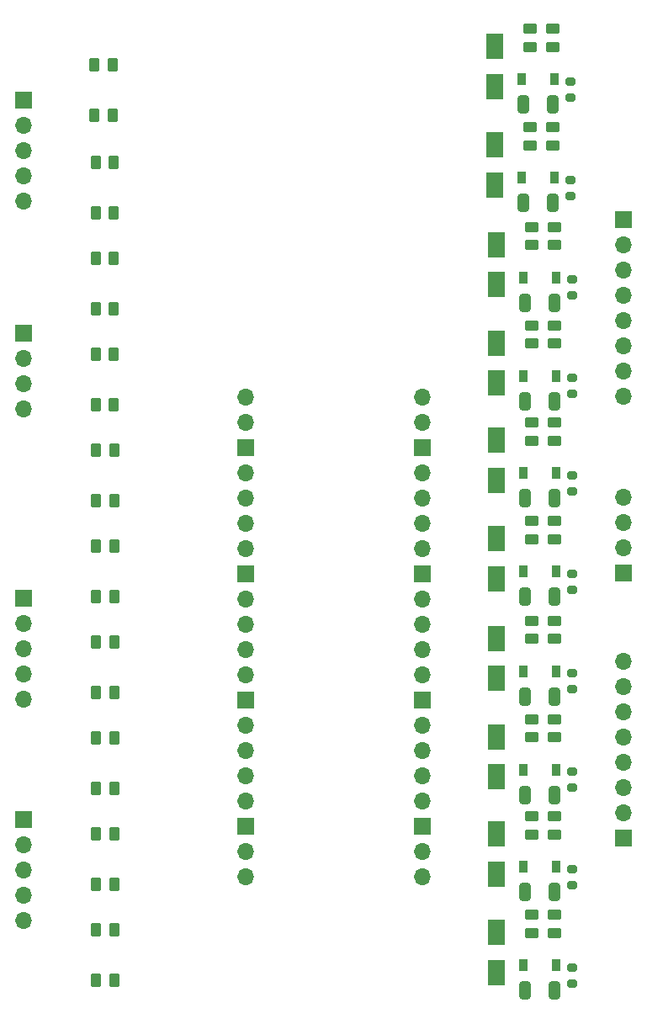
<source format=gbs>
G04 #@! TF.GenerationSoftware,KiCad,Pcbnew,(6.0.0)*
G04 #@! TF.CreationDate,2022-08-19T14:16:46+02:00*
G04 #@! TF.ProjectId,top,746f702e-6b69-4636-9164-5f7063625858,rev?*
G04 #@! TF.SameCoordinates,Original*
G04 #@! TF.FileFunction,Soldermask,Bot*
G04 #@! TF.FilePolarity,Negative*
%FSLAX46Y46*%
G04 Gerber Fmt 4.6, Leading zero omitted, Abs format (unit mm)*
G04 Created by KiCad (PCBNEW (6.0.0)) date 2022-08-19 14:16:46*
%MOMM*%
%LPD*%
G01*
G04 APERTURE LIST*
G04 Aperture macros list*
%AMRoundRect*
0 Rectangle with rounded corners*
0 $1 Rounding radius*
0 $2 $3 $4 $5 $6 $7 $8 $9 X,Y pos of 4 corners*
0 Add a 4 corners polygon primitive as box body*
4,1,4,$2,$3,$4,$5,$6,$7,$8,$9,$2,$3,0*
0 Add four circle primitives for the rounded corners*
1,1,$1+$1,$2,$3*
1,1,$1+$1,$4,$5*
1,1,$1+$1,$6,$7*
1,1,$1+$1,$8,$9*
0 Add four rect primitives between the rounded corners*
20,1,$1+$1,$2,$3,$4,$5,0*
20,1,$1+$1,$4,$5,$6,$7,0*
20,1,$1+$1,$6,$7,$8,$9,0*
20,1,$1+$1,$8,$9,$2,$3,0*%
G04 Aperture macros list end*
%ADD10R,1.700000X1.700000*%
%ADD11O,1.700000X1.700000*%
%ADD12R,1.800000X2.500000*%
%ADD13RoundRect,0.250000X-0.450000X0.262500X-0.450000X-0.262500X0.450000X-0.262500X0.450000X0.262500X0*%
%ADD14RoundRect,0.200000X0.275000X-0.200000X0.275000X0.200000X-0.275000X0.200000X-0.275000X-0.200000X0*%
%ADD15RoundRect,0.250000X0.262500X0.450000X-0.262500X0.450000X-0.262500X-0.450000X0.262500X-0.450000X0*%
%ADD16R,0.900000X1.200000*%
%ADD17RoundRect,0.250000X-0.262500X-0.450000X0.262500X-0.450000X0.262500X0.450000X-0.262500X0.450000X0*%
%ADD18RoundRect,0.250000X0.450000X-0.262500X0.450000X0.262500X-0.450000X0.262500X-0.450000X-0.262500X0*%
%ADD19RoundRect,0.250000X-0.325000X-0.650000X0.325000X-0.650000X0.325000X0.650000X-0.325000X0.650000X0*%
G04 APERTURE END LIST*
D10*
X111188000Y-81188000D03*
D11*
X111188000Y-83728000D03*
X111188000Y-86268000D03*
X111188000Y-88808000D03*
X133504000Y-87630000D03*
X133504000Y-90170000D03*
D10*
X133504000Y-92710000D03*
D11*
X133504000Y-95250000D03*
X133504000Y-97790000D03*
X133504000Y-100330000D03*
X133504000Y-102870000D03*
D10*
X133504000Y-105410000D03*
D11*
X133504000Y-107950000D03*
X133504000Y-110490000D03*
X133504000Y-113030000D03*
X133504000Y-115570000D03*
D10*
X133504000Y-118110000D03*
D11*
X133504000Y-120650000D03*
X133504000Y-123190000D03*
X133504000Y-125730000D03*
X133504000Y-128270000D03*
D10*
X133504000Y-130810000D03*
D11*
X133504000Y-133350000D03*
X133504000Y-135890000D03*
X151284000Y-135890000D03*
X151284000Y-133350000D03*
D10*
X151284000Y-130810000D03*
D11*
X151284000Y-128270000D03*
X151284000Y-125730000D03*
X151284000Y-123190000D03*
X151284000Y-120650000D03*
D10*
X151284000Y-118110000D03*
D11*
X151284000Y-115570000D03*
X151284000Y-113030000D03*
X151284000Y-110490000D03*
X151284000Y-107950000D03*
D10*
X151284000Y-105410000D03*
D11*
X151284000Y-102870000D03*
X151284000Y-100330000D03*
X151284000Y-97790000D03*
X151284000Y-95250000D03*
D10*
X151284000Y-92710000D03*
D11*
X151284000Y-90170000D03*
X151284000Y-87630000D03*
D10*
X111188000Y-130083000D03*
D11*
X111188000Y-132623000D03*
X111188000Y-135163000D03*
X111188000Y-137703000D03*
X111188000Y-140243000D03*
D10*
X171513000Y-69758000D03*
D11*
X171513000Y-72298000D03*
X171513000Y-74838000D03*
X171513000Y-77378000D03*
X171513000Y-79918000D03*
X171513000Y-82458000D03*
X171513000Y-84998000D03*
X171513000Y-87538000D03*
D10*
X171513000Y-131973000D03*
D11*
X171513000Y-129433000D03*
X171513000Y-126893000D03*
X171513000Y-124353000D03*
X171513000Y-121813000D03*
X171513000Y-119273000D03*
X171513000Y-116733000D03*
X171513000Y-114193000D03*
D10*
X111188000Y-57693000D03*
D11*
X111188000Y-60233000D03*
X111188000Y-62773000D03*
X111188000Y-65313000D03*
X111188000Y-67853000D03*
D10*
X111188000Y-107858000D03*
D11*
X111188000Y-110398000D03*
X111188000Y-112938000D03*
X111188000Y-115478000D03*
X111188000Y-118018000D03*
D10*
X171513000Y-105308000D03*
D11*
X171513000Y-102768000D03*
X171513000Y-100228000D03*
X171513000Y-97688000D03*
D12*
X158750000Y-111863500D03*
X158750000Y-115863500D03*
D13*
X164592000Y-70461500D03*
X164592000Y-72286500D03*
D14*
X166370000Y-136715000D03*
X166370000Y-135065000D03*
D15*
X120231500Y-73660000D03*
X118406500Y-73660000D03*
D16*
X161267500Y-55626000D03*
X164567500Y-55626000D03*
X161418000Y-75541500D03*
X164718000Y-75541500D03*
D17*
X118467500Y-107696000D03*
X120292500Y-107696000D03*
D13*
X164592000Y-129794000D03*
X164592000Y-131619000D03*
X164592000Y-110085500D03*
X164592000Y-111910500D03*
D18*
X162306000Y-121816500D03*
X162306000Y-119991500D03*
D15*
X120292500Y-121920000D03*
X118467500Y-121920000D03*
D19*
X161593000Y-97790000D03*
X164543000Y-97790000D03*
D17*
X118406500Y-69088000D03*
X120231500Y-69088000D03*
D16*
X161418000Y-85447500D03*
X164718000Y-85447500D03*
D17*
X118309000Y-59277500D03*
X120134000Y-59277500D03*
D15*
X120231500Y-64008000D03*
X118406500Y-64008000D03*
D12*
X158750000Y-72239500D03*
X158750000Y-76239500D03*
D16*
X161418000Y-115165500D03*
X164718000Y-115165500D03*
D18*
X162155500Y-52371000D03*
X162155500Y-50546000D03*
D17*
X118406500Y-78740000D03*
X120231500Y-78740000D03*
D15*
X120231500Y-83312000D03*
X118406500Y-83312000D03*
D12*
X158750000Y-141478000D03*
X158750000Y-145478000D03*
D14*
X166370000Y-97091000D03*
X166370000Y-95441000D03*
X166370000Y-87288500D03*
X166370000Y-85638500D03*
D17*
X118467500Y-117348000D03*
X120292500Y-117348000D03*
D16*
X161267500Y-65532000D03*
X164567500Y-65532000D03*
D18*
X162306000Y-131619000D03*
X162306000Y-129794000D03*
D12*
X158750000Y-121769500D03*
X158750000Y-125769500D03*
D19*
X161593000Y-107696000D03*
X164543000Y-107696000D03*
D14*
X166219500Y-57467000D03*
X166219500Y-55817000D03*
D19*
X161593000Y-78081500D03*
X164543000Y-78081500D03*
D17*
X118467500Y-98044000D03*
X120292500Y-98044000D03*
D14*
X166370000Y-146621000D03*
X166370000Y-144971000D03*
D18*
X162306000Y-101901000D03*
X162306000Y-100076000D03*
D19*
X161442500Y-68072000D03*
X164392500Y-68072000D03*
D15*
X120134000Y-54197500D03*
X118309000Y-54197500D03*
D12*
X158750000Y-91948000D03*
X158750000Y-95948000D03*
D13*
X164592000Y-139700000D03*
X164592000Y-141525000D03*
D12*
X158599500Y-62230000D03*
X158599500Y-66230000D03*
D19*
X161593000Y-87987500D03*
X164543000Y-87987500D03*
D13*
X164592000Y-80367500D03*
X164592000Y-82192500D03*
D16*
X161418000Y-144780000D03*
X164718000Y-144780000D03*
D18*
X162306000Y-82192500D03*
X162306000Y-80367500D03*
D12*
X158750000Y-131572000D03*
X158750000Y-135572000D03*
D17*
X118467500Y-146304000D03*
X120292500Y-146304000D03*
D18*
X162306000Y-111910500D03*
X162306000Y-110085500D03*
D16*
X161418000Y-95250000D03*
X164718000Y-95250000D03*
D14*
X166370000Y-117006500D03*
X166370000Y-115356500D03*
D13*
X164441500Y-60452000D03*
X164441500Y-62277000D03*
D14*
X166370000Y-126912500D03*
X166370000Y-125262500D03*
D15*
X120292500Y-102616000D03*
X118467500Y-102616000D03*
D18*
X162306000Y-141525000D03*
X162306000Y-139700000D03*
D13*
X164592000Y-100076000D03*
X164592000Y-101901000D03*
D19*
X161593000Y-147320000D03*
X164543000Y-147320000D03*
D17*
X118467500Y-127000000D03*
X120292500Y-127000000D03*
D13*
X164441500Y-50546000D03*
X164441500Y-52371000D03*
D17*
X118467500Y-136652000D03*
X120292500Y-136652000D03*
D19*
X161442500Y-58166000D03*
X164392500Y-58166000D03*
X161593000Y-127611500D03*
X164543000Y-127611500D03*
D18*
X162306000Y-91995000D03*
X162306000Y-90170000D03*
X162306000Y-72286500D03*
X162306000Y-70461500D03*
D13*
X164592000Y-119991500D03*
X164592000Y-121816500D03*
D12*
X158599500Y-52324000D03*
X158599500Y-56324000D03*
X158750000Y-101854000D03*
X158750000Y-105854000D03*
D16*
X161418000Y-125071500D03*
X164718000Y-125071500D03*
D14*
X166219500Y-67373000D03*
X166219500Y-65723000D03*
D18*
X162155500Y-62277000D03*
X162155500Y-60452000D03*
D19*
X161593000Y-117705500D03*
X164543000Y-117705500D03*
D15*
X120292500Y-92964000D03*
X118467500Y-92964000D03*
D12*
X158750000Y-82145500D03*
X158750000Y-86145500D03*
D17*
X118406500Y-88392000D03*
X120231500Y-88392000D03*
D15*
X120292500Y-141224000D03*
X118467500Y-141224000D03*
X120292500Y-131572000D03*
X118467500Y-131572000D03*
D14*
X166370000Y-106997000D03*
X166370000Y-105347000D03*
D16*
X161418000Y-105156000D03*
X164718000Y-105156000D03*
D13*
X164592000Y-90170000D03*
X164592000Y-91995000D03*
D16*
X161418000Y-134874000D03*
X164718000Y-134874000D03*
D19*
X161593000Y-137414000D03*
X164543000Y-137414000D03*
D14*
X166370000Y-77382500D03*
X166370000Y-75732500D03*
D15*
X120292500Y-112268000D03*
X118467500Y-112268000D03*
M02*

</source>
